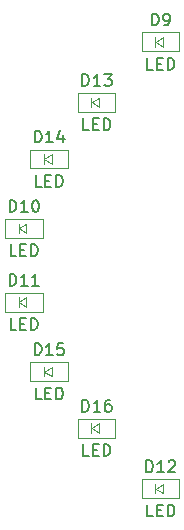
<source format=gbr>
G04 #@! TF.FileFunction,Other,Fab,Top*
%FSLAX46Y46*%
G04 Gerber Fmt 4.6, Leading zero omitted, Abs format (unit mm)*
G04 Created by KiCad (PCBNEW 4.0.6) date 04/30/18 18:34:22*
%MOMM*%
%LPD*%
G01*
G04 APERTURE LIST*
%ADD10C,0.100000*%
%ADD11C,0.150000*%
G04 APERTURE END LIST*
D10*
X-18126500Y-3171700D02*
X-17526500Y-2771700D01*
X-17526500Y-2771700D02*
X-17526500Y-3571700D01*
X-17526500Y-3571700D02*
X-18126500Y-3171700D01*
X-18176500Y-2771700D02*
X-18176500Y-3571700D01*
X-19326500Y-3971700D02*
X-19326500Y-2371700D01*
X-16126500Y-3971700D02*
X-19326500Y-3971700D01*
X-16126500Y-2371700D02*
X-16126500Y-3971700D01*
X-19326500Y-2371700D02*
X-16126500Y-2371700D01*
X-6556400Y18868500D02*
X-5956400Y19268500D01*
X-5956400Y19268500D02*
X-5956400Y18468500D01*
X-5956400Y18468500D02*
X-6556400Y18868500D01*
X-6606400Y19268500D02*
X-6606400Y18468500D01*
X-7756400Y18068500D02*
X-7756400Y19668500D01*
X-4556400Y18068500D02*
X-7756400Y18068500D01*
X-4556400Y19668500D02*
X-4556400Y18068500D01*
X-7756400Y19668500D02*
X-4556400Y19668500D01*
X-18126500Y3079700D02*
X-17526500Y3479700D01*
X-17526500Y3479700D02*
X-17526500Y2679700D01*
X-17526500Y2679700D02*
X-18126500Y3079700D01*
X-18176500Y3479700D02*
X-18176500Y2679700D01*
X-19326500Y2279700D02*
X-19326500Y3879700D01*
X-16126500Y2279700D02*
X-19326500Y2279700D01*
X-16126500Y3879700D02*
X-16126500Y2279700D01*
X-19326500Y3879700D02*
X-16126500Y3879700D01*
X-6556400Y-18960500D02*
X-5956400Y-18560500D01*
X-5956400Y-18560500D02*
X-5956400Y-19360500D01*
X-5956400Y-19360500D02*
X-6556400Y-18960500D01*
X-6606400Y-18560500D02*
X-6606400Y-19360500D01*
X-7756400Y-19760500D02*
X-7756400Y-18160500D01*
X-4556400Y-19760500D02*
X-7756400Y-19760500D01*
X-4556400Y-18160500D02*
X-4556400Y-19760500D01*
X-7756400Y-18160500D02*
X-4556400Y-18160500D01*
X-11970200Y13742800D02*
X-11370200Y14142800D01*
X-11370200Y14142800D02*
X-11370200Y13342800D01*
X-11370200Y13342800D02*
X-11970200Y13742800D01*
X-12020200Y14142800D02*
X-12020200Y13342800D01*
X-13170200Y12942800D02*
X-13170200Y14542800D01*
X-9970200Y12942800D02*
X-13170200Y12942800D01*
X-9970200Y14542800D02*
X-9970200Y12942800D01*
X-13170200Y14542800D02*
X-9970200Y14542800D01*
X-15988500Y8954000D02*
X-15388500Y9354000D01*
X-15388500Y9354000D02*
X-15388500Y8554000D01*
X-15388500Y8554000D02*
X-15988500Y8954000D01*
X-16038500Y9354000D02*
X-16038500Y8554000D01*
X-17188500Y8154000D02*
X-17188500Y9754000D01*
X-13988500Y8154000D02*
X-17188500Y8154000D01*
X-13988500Y9754000D02*
X-13988500Y8154000D01*
X-17188500Y9754000D02*
X-13988500Y9754000D01*
X-15988500Y-9046000D02*
X-15388500Y-8646000D01*
X-15388500Y-8646000D02*
X-15388500Y-9446000D01*
X-15388500Y-9446000D02*
X-15988500Y-9046000D01*
X-16038500Y-8646000D02*
X-16038500Y-9446000D01*
X-17188500Y-9846000D02*
X-17188500Y-8246000D01*
X-13988500Y-9846000D02*
X-17188500Y-9846000D01*
X-13988500Y-8246000D02*
X-13988500Y-9846000D01*
X-17188500Y-8246000D02*
X-13988500Y-8246000D01*
X-11970200Y-13834800D02*
X-11370200Y-13434800D01*
X-11370200Y-13434800D02*
X-11370200Y-14234800D01*
X-11370200Y-14234800D02*
X-11970200Y-13834800D01*
X-12020200Y-13434800D02*
X-12020200Y-14234800D01*
X-13170200Y-14634800D02*
X-13170200Y-13034800D01*
X-9970200Y-14634800D02*
X-13170200Y-14634800D01*
X-9970200Y-13034800D02*
X-9970200Y-14634800D01*
X-13170200Y-13034800D02*
X-9970200Y-13034800D01*
D11*
X-18940786Y-1774081D02*
X-18940786Y-774081D01*
X-18702691Y-774081D01*
X-18559833Y-821700D01*
X-18464595Y-916938D01*
X-18416976Y-1012176D01*
X-18369357Y-1202652D01*
X-18369357Y-1345510D01*
X-18416976Y-1535986D01*
X-18464595Y-1631224D01*
X-18559833Y-1726462D01*
X-18702691Y-1774081D01*
X-18940786Y-1774081D01*
X-17416976Y-1774081D02*
X-17988405Y-1774081D01*
X-17702691Y-1774081D02*
X-17702691Y-774081D01*
X-17797929Y-916938D01*
X-17893167Y-1012176D01*
X-17988405Y-1059795D01*
X-16464595Y-1774081D02*
X-17036024Y-1774081D01*
X-16750310Y-1774081D02*
X-16750310Y-774081D01*
X-16845548Y-916938D01*
X-16940786Y-1012176D01*
X-17036024Y-1059795D01*
X-18369357Y-5524081D02*
X-18845548Y-5524081D01*
X-18845548Y-4524081D01*
X-18036024Y-5000271D02*
X-17702690Y-5000271D01*
X-17559833Y-5524081D02*
X-18036024Y-5524081D01*
X-18036024Y-4524081D01*
X-17559833Y-4524081D01*
X-17131262Y-5524081D02*
X-17131262Y-4524081D01*
X-16893167Y-4524081D01*
X-16750309Y-4571700D01*
X-16655071Y-4666938D01*
X-16607452Y-4762176D01*
X-16559833Y-4952652D01*
X-16559833Y-5095510D01*
X-16607452Y-5285986D01*
X-16655071Y-5381224D01*
X-16750309Y-5476462D01*
X-16893167Y-5524081D01*
X-17131262Y-5524081D01*
X-6894495Y20266119D02*
X-6894495Y21266119D01*
X-6656400Y21266119D01*
X-6513542Y21218500D01*
X-6418304Y21123262D01*
X-6370685Y21028024D01*
X-6323066Y20837548D01*
X-6323066Y20694690D01*
X-6370685Y20504214D01*
X-6418304Y20408976D01*
X-6513542Y20313738D01*
X-6656400Y20266119D01*
X-6894495Y20266119D01*
X-5846876Y20266119D02*
X-5656400Y20266119D01*
X-5561161Y20313738D01*
X-5513542Y20361357D01*
X-5418304Y20504214D01*
X-5370685Y20694690D01*
X-5370685Y21075643D01*
X-5418304Y21170881D01*
X-5465923Y21218500D01*
X-5561161Y21266119D01*
X-5751638Y21266119D01*
X-5846876Y21218500D01*
X-5894495Y21170881D01*
X-5942114Y21075643D01*
X-5942114Y20837548D01*
X-5894495Y20742310D01*
X-5846876Y20694690D01*
X-5751638Y20647071D01*
X-5561161Y20647071D01*
X-5465923Y20694690D01*
X-5418304Y20742310D01*
X-5370685Y20837548D01*
X-6799257Y16516119D02*
X-7275448Y16516119D01*
X-7275448Y17516119D01*
X-6465924Y17039929D02*
X-6132590Y17039929D01*
X-5989733Y16516119D02*
X-6465924Y16516119D01*
X-6465924Y17516119D01*
X-5989733Y17516119D01*
X-5561162Y16516119D02*
X-5561162Y17516119D01*
X-5323067Y17516119D01*
X-5180209Y17468500D01*
X-5084971Y17373262D01*
X-5037352Y17278024D01*
X-4989733Y17087548D01*
X-4989733Y16944690D01*
X-5037352Y16754214D01*
X-5084971Y16658976D01*
X-5180209Y16563738D01*
X-5323067Y16516119D01*
X-5561162Y16516119D01*
X-18940786Y4477319D02*
X-18940786Y5477319D01*
X-18702691Y5477319D01*
X-18559833Y5429700D01*
X-18464595Y5334462D01*
X-18416976Y5239224D01*
X-18369357Y5048748D01*
X-18369357Y4905890D01*
X-18416976Y4715414D01*
X-18464595Y4620176D01*
X-18559833Y4524938D01*
X-18702691Y4477319D01*
X-18940786Y4477319D01*
X-17416976Y4477319D02*
X-17988405Y4477319D01*
X-17702691Y4477319D02*
X-17702691Y5477319D01*
X-17797929Y5334462D01*
X-17893167Y5239224D01*
X-17988405Y5191605D01*
X-16797929Y5477319D02*
X-16702690Y5477319D01*
X-16607452Y5429700D01*
X-16559833Y5382081D01*
X-16512214Y5286843D01*
X-16464595Y5096367D01*
X-16464595Y4858271D01*
X-16512214Y4667795D01*
X-16559833Y4572557D01*
X-16607452Y4524938D01*
X-16702690Y4477319D01*
X-16797929Y4477319D01*
X-16893167Y4524938D01*
X-16940786Y4572557D01*
X-16988405Y4667795D01*
X-17036024Y4858271D01*
X-17036024Y5096367D01*
X-16988405Y5286843D01*
X-16940786Y5382081D01*
X-16893167Y5429700D01*
X-16797929Y5477319D01*
X-18369357Y727319D02*
X-18845548Y727319D01*
X-18845548Y1727319D01*
X-18036024Y1251129D02*
X-17702690Y1251129D01*
X-17559833Y727319D02*
X-18036024Y727319D01*
X-18036024Y1727319D01*
X-17559833Y1727319D01*
X-17131262Y727319D02*
X-17131262Y1727319D01*
X-16893167Y1727319D01*
X-16750309Y1679700D01*
X-16655071Y1584462D01*
X-16607452Y1489224D01*
X-16559833Y1298748D01*
X-16559833Y1155890D01*
X-16607452Y965414D01*
X-16655071Y870176D01*
X-16750309Y774938D01*
X-16893167Y727319D01*
X-17131262Y727319D01*
X-7370686Y-17562881D02*
X-7370686Y-16562881D01*
X-7132591Y-16562881D01*
X-6989733Y-16610500D01*
X-6894495Y-16705738D01*
X-6846876Y-16800976D01*
X-6799257Y-16991452D01*
X-6799257Y-17134310D01*
X-6846876Y-17324786D01*
X-6894495Y-17420024D01*
X-6989733Y-17515262D01*
X-7132591Y-17562881D01*
X-7370686Y-17562881D01*
X-5846876Y-17562881D02*
X-6418305Y-17562881D01*
X-6132591Y-17562881D02*
X-6132591Y-16562881D01*
X-6227829Y-16705738D01*
X-6323067Y-16800976D01*
X-6418305Y-16848595D01*
X-5465924Y-16658119D02*
X-5418305Y-16610500D01*
X-5323067Y-16562881D01*
X-5084971Y-16562881D01*
X-4989733Y-16610500D01*
X-4942114Y-16658119D01*
X-4894495Y-16753357D01*
X-4894495Y-16848595D01*
X-4942114Y-16991452D01*
X-5513543Y-17562881D01*
X-4894495Y-17562881D01*
X-6799257Y-21312881D02*
X-7275448Y-21312881D01*
X-7275448Y-20312881D01*
X-6465924Y-20789071D02*
X-6132590Y-20789071D01*
X-5989733Y-21312881D02*
X-6465924Y-21312881D01*
X-6465924Y-20312881D01*
X-5989733Y-20312881D01*
X-5561162Y-21312881D02*
X-5561162Y-20312881D01*
X-5323067Y-20312881D01*
X-5180209Y-20360500D01*
X-5084971Y-20455738D01*
X-5037352Y-20550976D01*
X-4989733Y-20741452D01*
X-4989733Y-20884310D01*
X-5037352Y-21074786D01*
X-5084971Y-21170024D01*
X-5180209Y-21265262D01*
X-5323067Y-21312881D01*
X-5561162Y-21312881D01*
X-12784486Y15140419D02*
X-12784486Y16140419D01*
X-12546391Y16140419D01*
X-12403533Y16092800D01*
X-12308295Y15997562D01*
X-12260676Y15902324D01*
X-12213057Y15711848D01*
X-12213057Y15568990D01*
X-12260676Y15378514D01*
X-12308295Y15283276D01*
X-12403533Y15188038D01*
X-12546391Y15140419D01*
X-12784486Y15140419D01*
X-11260676Y15140419D02*
X-11832105Y15140419D01*
X-11546391Y15140419D02*
X-11546391Y16140419D01*
X-11641629Y15997562D01*
X-11736867Y15902324D01*
X-11832105Y15854705D01*
X-10927343Y16140419D02*
X-10308295Y16140419D01*
X-10641629Y15759467D01*
X-10498771Y15759467D01*
X-10403533Y15711848D01*
X-10355914Y15664229D01*
X-10308295Y15568990D01*
X-10308295Y15330895D01*
X-10355914Y15235657D01*
X-10403533Y15188038D01*
X-10498771Y15140419D01*
X-10784486Y15140419D01*
X-10879724Y15188038D01*
X-10927343Y15235657D01*
X-12213057Y11390419D02*
X-12689248Y11390419D01*
X-12689248Y12390419D01*
X-11879724Y11914229D02*
X-11546390Y11914229D01*
X-11403533Y11390419D02*
X-11879724Y11390419D01*
X-11879724Y12390419D01*
X-11403533Y12390419D01*
X-10974962Y11390419D02*
X-10974962Y12390419D01*
X-10736867Y12390419D01*
X-10594009Y12342800D01*
X-10498771Y12247562D01*
X-10451152Y12152324D01*
X-10403533Y11961848D01*
X-10403533Y11818990D01*
X-10451152Y11628514D01*
X-10498771Y11533276D01*
X-10594009Y11438038D01*
X-10736867Y11390419D01*
X-10974962Y11390419D01*
X-16802786Y10351619D02*
X-16802786Y11351619D01*
X-16564691Y11351619D01*
X-16421833Y11304000D01*
X-16326595Y11208762D01*
X-16278976Y11113524D01*
X-16231357Y10923048D01*
X-16231357Y10780190D01*
X-16278976Y10589714D01*
X-16326595Y10494476D01*
X-16421833Y10399238D01*
X-16564691Y10351619D01*
X-16802786Y10351619D01*
X-15278976Y10351619D02*
X-15850405Y10351619D01*
X-15564691Y10351619D02*
X-15564691Y11351619D01*
X-15659929Y11208762D01*
X-15755167Y11113524D01*
X-15850405Y11065905D01*
X-14421833Y11018286D02*
X-14421833Y10351619D01*
X-14659929Y11399238D02*
X-14898024Y10684952D01*
X-14278976Y10684952D01*
X-16231357Y6601619D02*
X-16707548Y6601619D01*
X-16707548Y7601619D01*
X-15898024Y7125429D02*
X-15564690Y7125429D01*
X-15421833Y6601619D02*
X-15898024Y6601619D01*
X-15898024Y7601619D01*
X-15421833Y7601619D01*
X-14993262Y6601619D02*
X-14993262Y7601619D01*
X-14755167Y7601619D01*
X-14612309Y7554000D01*
X-14517071Y7458762D01*
X-14469452Y7363524D01*
X-14421833Y7173048D01*
X-14421833Y7030190D01*
X-14469452Y6839714D01*
X-14517071Y6744476D01*
X-14612309Y6649238D01*
X-14755167Y6601619D01*
X-14993262Y6601619D01*
X-16802786Y-7648381D02*
X-16802786Y-6648381D01*
X-16564691Y-6648381D01*
X-16421833Y-6696000D01*
X-16326595Y-6791238D01*
X-16278976Y-6886476D01*
X-16231357Y-7076952D01*
X-16231357Y-7219810D01*
X-16278976Y-7410286D01*
X-16326595Y-7505524D01*
X-16421833Y-7600762D01*
X-16564691Y-7648381D01*
X-16802786Y-7648381D01*
X-15278976Y-7648381D02*
X-15850405Y-7648381D01*
X-15564691Y-7648381D02*
X-15564691Y-6648381D01*
X-15659929Y-6791238D01*
X-15755167Y-6886476D01*
X-15850405Y-6934095D01*
X-14374214Y-6648381D02*
X-14850405Y-6648381D01*
X-14898024Y-7124571D01*
X-14850405Y-7076952D01*
X-14755167Y-7029333D01*
X-14517071Y-7029333D01*
X-14421833Y-7076952D01*
X-14374214Y-7124571D01*
X-14326595Y-7219810D01*
X-14326595Y-7457905D01*
X-14374214Y-7553143D01*
X-14421833Y-7600762D01*
X-14517071Y-7648381D01*
X-14755167Y-7648381D01*
X-14850405Y-7600762D01*
X-14898024Y-7553143D01*
X-16231357Y-11398381D02*
X-16707548Y-11398381D01*
X-16707548Y-10398381D01*
X-15898024Y-10874571D02*
X-15564690Y-10874571D01*
X-15421833Y-11398381D02*
X-15898024Y-11398381D01*
X-15898024Y-10398381D01*
X-15421833Y-10398381D01*
X-14993262Y-11398381D02*
X-14993262Y-10398381D01*
X-14755167Y-10398381D01*
X-14612309Y-10446000D01*
X-14517071Y-10541238D01*
X-14469452Y-10636476D01*
X-14421833Y-10826952D01*
X-14421833Y-10969810D01*
X-14469452Y-11160286D01*
X-14517071Y-11255524D01*
X-14612309Y-11350762D01*
X-14755167Y-11398381D01*
X-14993262Y-11398381D01*
X-12784486Y-12437181D02*
X-12784486Y-11437181D01*
X-12546391Y-11437181D01*
X-12403533Y-11484800D01*
X-12308295Y-11580038D01*
X-12260676Y-11675276D01*
X-12213057Y-11865752D01*
X-12213057Y-12008610D01*
X-12260676Y-12199086D01*
X-12308295Y-12294324D01*
X-12403533Y-12389562D01*
X-12546391Y-12437181D01*
X-12784486Y-12437181D01*
X-11260676Y-12437181D02*
X-11832105Y-12437181D01*
X-11546391Y-12437181D02*
X-11546391Y-11437181D01*
X-11641629Y-11580038D01*
X-11736867Y-11675276D01*
X-11832105Y-11722895D01*
X-10403533Y-11437181D02*
X-10594010Y-11437181D01*
X-10689248Y-11484800D01*
X-10736867Y-11532419D01*
X-10832105Y-11675276D01*
X-10879724Y-11865752D01*
X-10879724Y-12246705D01*
X-10832105Y-12341943D01*
X-10784486Y-12389562D01*
X-10689248Y-12437181D01*
X-10498771Y-12437181D01*
X-10403533Y-12389562D01*
X-10355914Y-12341943D01*
X-10308295Y-12246705D01*
X-10308295Y-12008610D01*
X-10355914Y-11913371D01*
X-10403533Y-11865752D01*
X-10498771Y-11818133D01*
X-10689248Y-11818133D01*
X-10784486Y-11865752D01*
X-10832105Y-11913371D01*
X-10879724Y-12008610D01*
X-12213057Y-16187181D02*
X-12689248Y-16187181D01*
X-12689248Y-15187181D01*
X-11879724Y-15663371D02*
X-11546390Y-15663371D01*
X-11403533Y-16187181D02*
X-11879724Y-16187181D01*
X-11879724Y-15187181D01*
X-11403533Y-15187181D01*
X-10974962Y-16187181D02*
X-10974962Y-15187181D01*
X-10736867Y-15187181D01*
X-10594009Y-15234800D01*
X-10498771Y-15330038D01*
X-10451152Y-15425276D01*
X-10403533Y-15615752D01*
X-10403533Y-15758610D01*
X-10451152Y-15949086D01*
X-10498771Y-16044324D01*
X-10594009Y-16139562D01*
X-10736867Y-16187181D01*
X-10974962Y-16187181D01*
M02*

</source>
